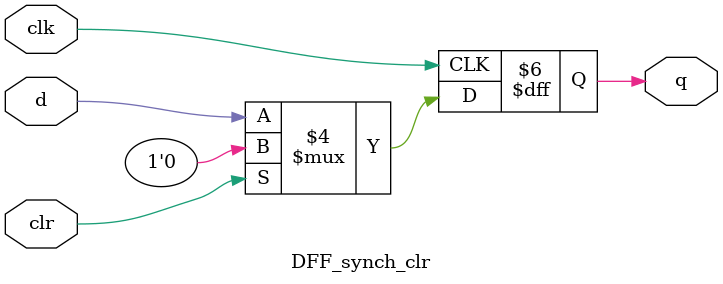
<source format=v>

module DFF_synch_clr(d, clk, clr, q);
    input d;
    input clk;
    input clr;

    output q;

	 reg q ;

	 always @ (posedge clk)
	 begin
	 		if (clr == 1'b 1)
				 q <= 1'b 0 ;
			else
			    q <= d ;
	 end

endmodule
</source>
